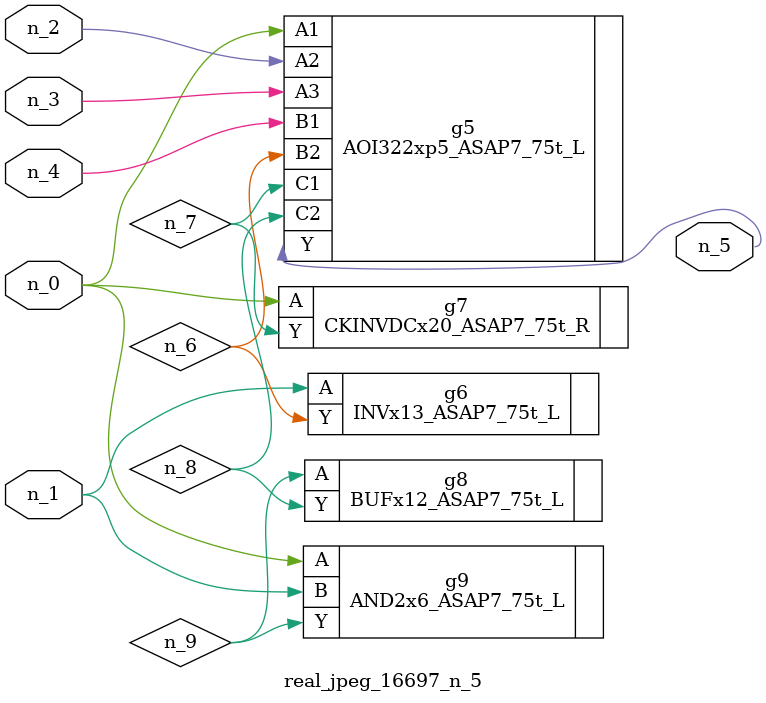
<source format=v>
module real_jpeg_16697_n_5 (n_4, n_0, n_1, n_2, n_3, n_5);

input n_4;
input n_0;
input n_1;
input n_2;
input n_3;

output n_5;

wire n_8;
wire n_6;
wire n_7;
wire n_9;

AOI322xp5_ASAP7_75t_L g5 ( 
.A1(n_0),
.A2(n_2),
.A3(n_3),
.B1(n_4),
.B2(n_6),
.C1(n_7),
.C2(n_8),
.Y(n_5)
);

CKINVDCx20_ASAP7_75t_R g7 ( 
.A(n_0),
.Y(n_7)
);

AND2x6_ASAP7_75t_L g9 ( 
.A(n_0),
.B(n_1),
.Y(n_9)
);

INVx13_ASAP7_75t_L g6 ( 
.A(n_1),
.Y(n_6)
);

BUFx12_ASAP7_75t_L g8 ( 
.A(n_9),
.Y(n_8)
);


endmodule
</source>
